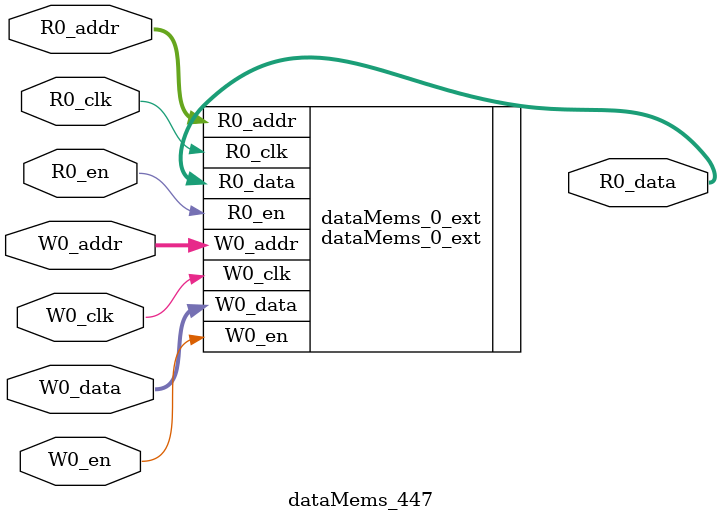
<source format=sv>
`ifndef RANDOMIZE
  `ifdef RANDOMIZE_REG_INIT
    `define RANDOMIZE
  `endif // RANDOMIZE_REG_INIT
`endif // not def RANDOMIZE
`ifndef RANDOMIZE
  `ifdef RANDOMIZE_MEM_INIT
    `define RANDOMIZE
  `endif // RANDOMIZE_MEM_INIT
`endif // not def RANDOMIZE

`ifndef RANDOM
  `define RANDOM $random
`endif // not def RANDOM

// Users can define 'PRINTF_COND' to add an extra gate to prints.
`ifndef PRINTF_COND_
  `ifdef PRINTF_COND
    `define PRINTF_COND_ (`PRINTF_COND)
  `else  // PRINTF_COND
    `define PRINTF_COND_ 1
  `endif // PRINTF_COND
`endif // not def PRINTF_COND_

// Users can define 'ASSERT_VERBOSE_COND' to add an extra gate to assert error printing.
`ifndef ASSERT_VERBOSE_COND_
  `ifdef ASSERT_VERBOSE_COND
    `define ASSERT_VERBOSE_COND_ (`ASSERT_VERBOSE_COND)
  `else  // ASSERT_VERBOSE_COND
    `define ASSERT_VERBOSE_COND_ 1
  `endif // ASSERT_VERBOSE_COND
`endif // not def ASSERT_VERBOSE_COND_

// Users can define 'STOP_COND' to add an extra gate to stop conditions.
`ifndef STOP_COND_
  `ifdef STOP_COND
    `define STOP_COND_ (`STOP_COND)
  `else  // STOP_COND
    `define STOP_COND_ 1
  `endif // STOP_COND
`endif // not def STOP_COND_

// Users can define INIT_RANDOM as general code that gets injected into the
// initializer block for modules with registers.
`ifndef INIT_RANDOM
  `define INIT_RANDOM
`endif // not def INIT_RANDOM

// If using random initialization, you can also define RANDOMIZE_DELAY to
// customize the delay used, otherwise 0.002 is used.
`ifndef RANDOMIZE_DELAY
  `define RANDOMIZE_DELAY 0.002
`endif // not def RANDOMIZE_DELAY

// Define INIT_RANDOM_PROLOG_ for use in our modules below.
`ifndef INIT_RANDOM_PROLOG_
  `ifdef RANDOMIZE
    `ifdef VERILATOR
      `define INIT_RANDOM_PROLOG_ `INIT_RANDOM
    `else  // VERILATOR
      `define INIT_RANDOM_PROLOG_ `INIT_RANDOM #`RANDOMIZE_DELAY begin end
    `endif // VERILATOR
  `else  // RANDOMIZE
    `define INIT_RANDOM_PROLOG_
  `endif // RANDOMIZE
`endif // not def INIT_RANDOM_PROLOG_

// Include register initializers in init blocks unless synthesis is set
`ifndef SYNTHESIS
  `ifndef ENABLE_INITIAL_REG_
    `define ENABLE_INITIAL_REG_
  `endif // not def ENABLE_INITIAL_REG_
`endif // not def SYNTHESIS

// Include rmemory initializers in init blocks unless synthesis is set
`ifndef SYNTHESIS
  `ifndef ENABLE_INITIAL_MEM_
    `define ENABLE_INITIAL_MEM_
  `endif // not def ENABLE_INITIAL_MEM_
`endif // not def SYNTHESIS

module dataMems_447(	// @[generators/ara/src/main/scala/UnsafeAXI4ToTL.scala:365:62]
  input  [4:0]  R0_addr,
  input         R0_en,
  input         R0_clk,
  output [66:0] R0_data,
  input  [4:0]  W0_addr,
  input         W0_en,
  input         W0_clk,
  input  [66:0] W0_data
);

  dataMems_0_ext dataMems_0_ext (	// @[generators/ara/src/main/scala/UnsafeAXI4ToTL.scala:365:62]
    .R0_addr (R0_addr),
    .R0_en   (R0_en),
    .R0_clk  (R0_clk),
    .R0_data (R0_data),
    .W0_addr (W0_addr),
    .W0_en   (W0_en),
    .W0_clk  (W0_clk),
    .W0_data (W0_data)
  );
endmodule


</source>
